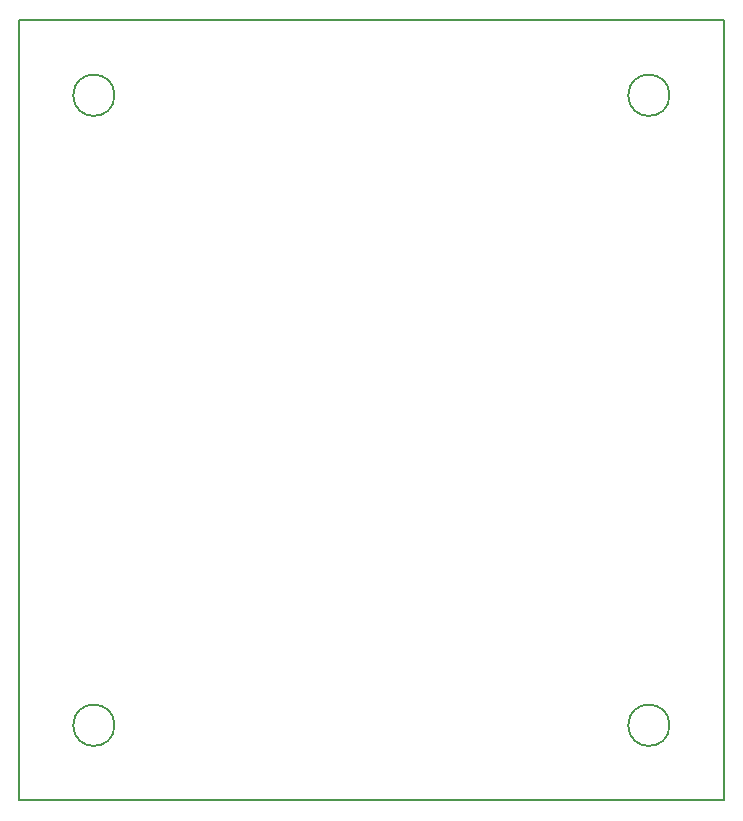
<source format=gbr>
%TF.GenerationSoftware,KiCad,Pcbnew,(6.0.1)*%
%TF.CreationDate,2022-05-11T20:09:52-07:00*%
%TF.ProjectId,BlackberryJam_pcb,426c6163-6b62-4657-9272-794a616d5f70,rev?*%
%TF.SameCoordinates,Original*%
%TF.FileFunction,Other,User*%
%FSLAX46Y46*%
G04 Gerber Fmt 4.6, Leading zero omitted, Abs format (unit mm)*
G04 Created by KiCad (PCBNEW (6.0.1)) date 2022-05-11 20:09:52*
%MOMM*%
%LPD*%
G01*
G04 APERTURE LIST*
%ADD10C,0.200000*%
G04 APERTURE END LIST*
D10*
X8100000Y-59690000D02*
G75*
G03*
X8100000Y-59690000I-1750000J0D01*
G01*
X55090000Y-59690000D02*
G75*
G03*
X55090000Y-59690000I-1750000J0D01*
G01*
X0Y0D02*
X59690000Y0D01*
X59690000Y0D02*
X59690000Y-66040000D01*
X59690000Y-66040000D02*
X0Y-66040000D01*
X0Y-66040000D02*
X0Y0D01*
X55090000Y-6350000D02*
G75*
G03*
X55090000Y-6350000I-1750000J0D01*
G01*
X8100000Y-6350000D02*
G75*
G03*
X8100000Y-6350000I-1750000J0D01*
G01*
M02*

</source>
